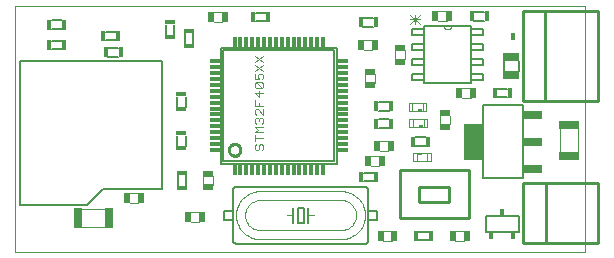
<source format=gto>
G75*
G70*
%OFA0B0*%
%FSLAX24Y24*%
%IPPOS*%
%LPD*%
%AMOC8*
5,1,8,0,0,1.08239X$1,22.5*
%
%ADD10C,0.0000*%
%ADD11C,0.0080*%
%ADD12C,0.0100*%
%ADD13R,0.0118X0.0374*%
%ADD14R,0.0118X0.0374*%
%ADD15R,0.0374X0.0118*%
%ADD16R,0.0374X0.0118*%
%ADD17C,0.0030*%
%ADD18C,0.0060*%
%ADD19R,0.0600X0.1200*%
%ADD20R,0.0600X0.0300*%
%ADD21C,0.0040*%
%ADD22R,0.0374X0.0197*%
%ADD23R,0.0669X0.0295*%
%ADD24R,0.0160X0.0340*%
%ADD25R,0.0197X0.0374*%
%ADD26C,0.0020*%
%ADD27R,0.0551X0.0256*%
%ADD28R,0.0340X0.0160*%
%ADD29R,0.0180X0.0230*%
%ADD30R,0.0157X0.0089*%
%ADD31R,0.0098X0.0089*%
%ADD32R,0.0295X0.0669*%
%ADD33R,0.0118X0.0059*%
%ADD34R,0.0118X0.0118*%
%ADD35C,0.0050*%
D10*
X001043Y000625D02*
X001043Y008833D01*
X020042Y008833D01*
X020042Y000625D01*
X001043Y000625D01*
X015354Y008160D02*
X015356Y008139D01*
X015361Y008119D01*
X015370Y008100D01*
X015382Y008083D01*
X015397Y008068D01*
X015414Y008056D01*
X015433Y008047D01*
X015453Y008042D01*
X015474Y008040D01*
X015495Y008042D01*
X015515Y008047D01*
X015534Y008056D01*
X015551Y008068D01*
X015566Y008083D01*
X015578Y008100D01*
X015587Y008119D01*
X015592Y008139D01*
X015594Y008160D01*
X015592Y008139D01*
X015587Y008119D01*
X015578Y008100D01*
X015566Y008083D01*
X015551Y008068D01*
X015534Y008056D01*
X015515Y008047D01*
X015495Y008042D01*
X015474Y008040D01*
X015453Y008042D01*
X015433Y008047D01*
X015414Y008056D01*
X015397Y008068D01*
X015382Y008083D01*
X015370Y008100D01*
X015361Y008119D01*
X015356Y008139D01*
X015354Y008160D01*
D11*
X011782Y007433D02*
X007916Y007433D01*
X007916Y003567D01*
X011782Y003567D01*
X011782Y007433D01*
X011704Y007354D02*
X011704Y003646D01*
X007991Y003646D01*
X007991Y007354D01*
X011704Y007354D01*
D12*
X017974Y008650D02*
X017974Y005650D01*
X018724Y005650D01*
X018724Y008650D01*
X020474Y008650D01*
X020474Y005650D01*
X018724Y005650D01*
X016174Y003350D02*
X013874Y003350D01*
X013874Y001750D01*
X016174Y001750D01*
X016174Y003350D01*
X015524Y002800D02*
X015524Y002300D01*
X014524Y002300D01*
X014524Y002800D01*
X015524Y002800D01*
X017999Y002925D02*
X018749Y002925D01*
X018749Y000925D01*
X017999Y000925D01*
X017999Y002925D01*
X018749Y002925D02*
X020499Y002925D01*
X020499Y000925D01*
X018749Y000925D01*
X008176Y004024D02*
X008178Y004051D01*
X008184Y004078D01*
X008193Y004104D01*
X008206Y004128D01*
X008222Y004151D01*
X008241Y004170D01*
X008263Y004187D01*
X008287Y004201D01*
X008312Y004211D01*
X008339Y004218D01*
X008366Y004221D01*
X008394Y004220D01*
X008421Y004215D01*
X008447Y004207D01*
X008471Y004195D01*
X008494Y004179D01*
X008515Y004161D01*
X008532Y004140D01*
X008547Y004116D01*
X008558Y004091D01*
X008566Y004065D01*
X008570Y004038D01*
X008570Y004010D01*
X008566Y003983D01*
X008558Y003957D01*
X008547Y003932D01*
X008532Y003908D01*
X008515Y003887D01*
X008494Y003869D01*
X008472Y003853D01*
X008447Y003841D01*
X008421Y003833D01*
X008394Y003828D01*
X008366Y003827D01*
X008339Y003830D01*
X008312Y003837D01*
X008287Y003847D01*
X008263Y003861D01*
X008241Y003878D01*
X008222Y003897D01*
X008206Y003920D01*
X008193Y003944D01*
X008184Y003970D01*
X008178Y003997D01*
X008176Y004024D01*
X017974Y008650D02*
X018724Y008650D01*
D13*
X011326Y007636D03*
X010932Y007636D03*
X010538Y007636D03*
X010145Y007636D03*
X009948Y007636D03*
X009751Y007636D03*
X009554Y007636D03*
X009160Y007636D03*
X008767Y007636D03*
X008373Y007636D03*
X008373Y003364D03*
X008767Y003364D03*
X009160Y003364D03*
X009554Y003364D03*
X009751Y003364D03*
X009948Y003364D03*
X010145Y003364D03*
X010538Y003364D03*
X010932Y003364D03*
X011326Y003364D03*
D14*
X011129Y003364D03*
X010735Y003364D03*
X010342Y003364D03*
X009357Y003364D03*
X008964Y003364D03*
X008570Y003364D03*
X008570Y007636D03*
X008964Y007636D03*
X009357Y007636D03*
X010342Y007636D03*
X010735Y007636D03*
X011129Y007636D03*
D15*
X011985Y006976D03*
X011985Y006583D03*
X011985Y006189D03*
X011985Y005795D03*
X011985Y005598D03*
X011985Y005402D03*
X011985Y005205D03*
X011985Y004811D03*
X011985Y004417D03*
X011985Y004024D03*
X007714Y004024D03*
X007714Y004417D03*
X007714Y004811D03*
X007714Y005205D03*
X007714Y005402D03*
X007714Y005598D03*
X007714Y005795D03*
X007714Y006189D03*
X007714Y006583D03*
X007714Y006976D03*
D16*
X007714Y006780D03*
X007714Y006386D03*
X007714Y005992D03*
X007714Y005008D03*
X007714Y004614D03*
X007714Y004220D03*
X011985Y004220D03*
X011985Y004614D03*
X011985Y005008D03*
X011985Y005992D03*
X011985Y006386D03*
X011985Y006780D03*
D17*
X009334Y006860D02*
X009044Y006667D01*
X009044Y006566D02*
X009044Y006372D01*
X009189Y006372D01*
X009141Y006469D01*
X009141Y006517D01*
X009189Y006566D01*
X009286Y006566D01*
X009334Y006517D01*
X009334Y006421D01*
X009286Y006372D01*
X009286Y006271D02*
X009092Y006271D01*
X009286Y006078D01*
X009334Y006126D01*
X009334Y006223D01*
X009286Y006271D01*
X009092Y006271D02*
X009044Y006223D01*
X009044Y006126D01*
X009092Y006078D01*
X009286Y006078D01*
X009189Y005976D02*
X009189Y005783D01*
X009044Y005928D01*
X009334Y005928D01*
X009044Y005682D02*
X009044Y005488D01*
X009334Y005488D01*
X009334Y005387D02*
X009334Y005194D01*
X009141Y005387D01*
X009092Y005387D01*
X009044Y005339D01*
X009044Y005242D01*
X009092Y005194D01*
X009092Y005092D02*
X009141Y005092D01*
X009189Y005044D01*
X009238Y005092D01*
X009286Y005092D01*
X009334Y005044D01*
X009334Y004947D01*
X009286Y004899D01*
X009334Y004798D02*
X009044Y004798D01*
X009141Y004701D01*
X009044Y004604D01*
X009334Y004604D01*
X009044Y004503D02*
X009044Y004310D01*
X009044Y004406D02*
X009334Y004406D01*
X009286Y004208D02*
X009334Y004160D01*
X009334Y004063D01*
X009286Y004015D01*
X009189Y004063D02*
X009189Y004160D01*
X009238Y004208D01*
X009286Y004208D01*
X009092Y004208D02*
X009044Y004160D01*
X009044Y004063D01*
X009092Y004015D01*
X009141Y004015D01*
X009189Y004063D01*
X009092Y004899D02*
X009044Y004947D01*
X009044Y005044D01*
X009092Y005092D01*
X009189Y005044D02*
X009189Y004996D01*
X009189Y005488D02*
X009189Y005585D01*
X009334Y006667D02*
X009044Y006860D01*
X009044Y006962D02*
X009334Y007155D01*
X009334Y006962D02*
X009044Y007155D01*
X014229Y008213D02*
X014543Y008527D01*
X014229Y008213D01*
X014386Y008213D02*
X014386Y008527D01*
X014386Y008213D01*
X014543Y008213D02*
X014229Y008527D01*
X014543Y008213D01*
X014543Y008370D02*
X014229Y008370D01*
X014543Y008370D01*
D18*
X014704Y008160D02*
X014704Y006240D01*
X016244Y006240D01*
X016244Y008160D01*
X015594Y008160D01*
X015354Y008160D01*
X015014Y008160D01*
X014704Y008160D02*
X015354Y008160D01*
X015594Y008160D01*
X015934Y008160D01*
X016244Y008050D02*
X016654Y008050D01*
X016654Y007850D01*
X016244Y007850D01*
X016244Y008050D01*
X016354Y008335D02*
X016694Y008335D01*
X016694Y008615D02*
X016354Y008615D01*
X014704Y008050D02*
X014704Y007850D01*
X014294Y007850D01*
X014294Y008050D01*
X014704Y008050D01*
X014704Y007550D02*
X014294Y007550D01*
X014294Y007350D01*
X014704Y007350D01*
X014704Y007550D01*
X014704Y007050D02*
X014294Y007050D01*
X014294Y006850D01*
X014704Y006850D01*
X014704Y007050D01*
X014704Y006550D02*
X014294Y006550D01*
X014294Y006350D01*
X014704Y006350D01*
X014704Y006550D01*
X015014Y006240D02*
X015934Y006240D01*
X016244Y006350D02*
X016654Y006350D01*
X016654Y006550D01*
X016244Y006550D01*
X016244Y006350D01*
X017129Y006065D02*
X017469Y006065D01*
X017469Y005785D02*
X017129Y005785D01*
X016643Y005530D02*
X016643Y003070D01*
X018005Y003070D01*
X018005Y005530D01*
X016643Y005530D01*
X014744Y004440D02*
X014404Y004440D01*
X014404Y004160D02*
X014744Y004160D01*
X013519Y004760D02*
X013179Y004760D01*
X013179Y005040D02*
X013519Y005040D01*
X013519Y005335D02*
X013179Y005335D01*
X013179Y005615D02*
X013519Y005615D01*
X016244Y006850D02*
X016654Y006850D01*
X016654Y007050D01*
X016244Y007050D01*
X016244Y006850D01*
X016244Y007350D02*
X016654Y007350D01*
X016654Y007550D01*
X016244Y007550D01*
X016244Y007350D01*
X017349Y006986D02*
X017349Y006664D01*
X017849Y006664D02*
X017849Y006986D01*
X012994Y008135D02*
X012654Y008135D01*
X012654Y008415D02*
X012994Y008415D01*
X009419Y008310D02*
X009079Y008310D01*
X009079Y008590D02*
X009419Y008590D01*
X006990Y007920D02*
X006990Y007580D01*
X006709Y007580D02*
X006709Y007920D01*
X006365Y007855D02*
X006365Y008195D01*
X006084Y008195D02*
X006084Y007855D01*
X004494Y007415D02*
X004154Y007415D01*
X004079Y007685D02*
X004419Y007685D01*
X004419Y007965D02*
X004079Y007965D01*
X002619Y008060D02*
X002279Y008060D01*
X002279Y008340D02*
X002619Y008340D01*
X002619Y007665D02*
X002279Y007665D01*
X002279Y007385D02*
X002619Y007385D01*
X004154Y007135D02*
X004494Y007135D01*
X006459Y005795D02*
X006459Y005455D01*
X006740Y005455D02*
X006740Y005795D01*
X006740Y004495D02*
X006740Y004155D01*
X006459Y004155D02*
X006459Y004495D01*
X006484Y003170D02*
X006484Y002830D01*
X006765Y002830D02*
X006765Y003170D01*
X008324Y002700D02*
X008324Y002300D01*
X008324Y002000D01*
X008024Y002000D01*
X008024Y001700D01*
X008324Y001700D01*
X008324Y002000D01*
X008324Y001700D02*
X008324Y001400D01*
X008324Y001000D01*
X008326Y000983D01*
X008330Y000966D01*
X008337Y000950D01*
X008347Y000936D01*
X008360Y000923D01*
X008374Y000913D01*
X008390Y000906D01*
X008407Y000902D01*
X008424Y000900D01*
X012724Y000900D01*
X012741Y000902D01*
X012758Y000906D01*
X012774Y000913D01*
X012788Y000923D01*
X012801Y000936D01*
X012811Y000950D01*
X012818Y000966D01*
X012822Y000983D01*
X012824Y001000D01*
X012824Y001400D01*
X012824Y002300D01*
X012824Y002700D01*
X012822Y002717D01*
X012818Y002734D01*
X012811Y002750D01*
X012801Y002764D01*
X012788Y002777D01*
X012774Y002787D01*
X012758Y002794D01*
X012741Y002798D01*
X012724Y002800D01*
X008424Y002800D01*
X008407Y002798D01*
X008390Y002794D01*
X008374Y002787D01*
X008360Y002777D01*
X008347Y002764D01*
X008337Y002750D01*
X008330Y002734D01*
X008326Y002717D01*
X008324Y002700D01*
X010324Y002100D02*
X010324Y001850D01*
X010324Y001600D01*
X010474Y001600D02*
X010674Y001600D01*
X010674Y002100D01*
X010474Y002100D01*
X010474Y001600D01*
X010824Y001600D02*
X010824Y001850D01*
X010824Y002100D01*
X012824Y002000D02*
X013124Y002000D01*
X013124Y001700D01*
X012824Y001700D01*
X014504Y001290D02*
X014844Y001290D01*
X014844Y001010D02*
X014504Y001010D01*
X016739Y001290D02*
X016739Y001810D01*
X016959Y001810D01*
X016739Y001810D02*
X016739Y001490D01*
X016739Y001290D02*
X017859Y001290D01*
X017859Y001810D01*
X017639Y001810D01*
X017859Y001810D02*
X017859Y001490D01*
X017859Y001810D02*
X016739Y001810D01*
X013019Y002985D02*
X012679Y002985D01*
X012679Y003265D02*
X013019Y003265D01*
D19*
X016324Y004300D03*
D20*
X018324Y004300D03*
X018324Y005200D03*
X018324Y003400D03*
D21*
X019215Y003945D02*
X019215Y004705D01*
X019834Y004705D02*
X019834Y003945D01*
X016240Y005755D02*
X015959Y005755D01*
X015959Y006090D02*
X016240Y006090D01*
X014770Y005588D02*
X014770Y005312D01*
X014179Y005312D01*
X014179Y005588D01*
X014770Y005588D01*
X014652Y005568D02*
X014652Y005332D01*
X014553Y005312D02*
X014396Y005312D01*
X014297Y005332D02*
X014297Y005568D01*
X014396Y005588D02*
X014553Y005588D01*
X015234Y005165D02*
X015234Y004885D01*
X015569Y004885D02*
X015569Y005165D01*
X014795Y005063D02*
X014795Y004787D01*
X014204Y004787D01*
X014204Y005063D01*
X014795Y005063D01*
X014677Y005043D02*
X014677Y004807D01*
X014578Y004787D02*
X014421Y004787D01*
X014322Y004807D02*
X014322Y005043D01*
X014421Y005063D02*
X014578Y005063D01*
X013490Y004320D02*
X013209Y004320D01*
X013209Y003985D02*
X013490Y003985D01*
X013190Y003820D02*
X012909Y003820D01*
X012909Y003485D02*
X013190Y003485D01*
X014329Y003637D02*
X014329Y003913D01*
X014920Y003913D01*
X014920Y003637D01*
X014329Y003637D01*
X014447Y003657D02*
X014447Y003893D01*
X014546Y003913D02*
X014703Y003913D01*
X014802Y003893D02*
X014802Y003657D01*
X014703Y003637D02*
X014546Y003637D01*
X013615Y001320D02*
X013334Y001320D01*
X013334Y000985D02*
X013615Y000985D01*
X015734Y000980D02*
X016015Y000980D01*
X016015Y001315D02*
X015734Y001315D01*
X007669Y002860D02*
X007669Y003140D01*
X007334Y003140D02*
X007334Y002860D01*
X005165Y002595D02*
X004884Y002595D01*
X004884Y002260D02*
X005165Y002260D01*
X004054Y002060D02*
X003294Y002060D01*
X003294Y001440D02*
X004054Y001440D01*
X006909Y001605D02*
X007190Y001605D01*
X007190Y001940D02*
X006909Y001940D01*
X012709Y006260D02*
X012709Y006540D01*
X013044Y006540D02*
X013044Y006260D01*
X013729Y007060D02*
X013729Y007340D01*
X014064Y007340D02*
X014064Y007060D01*
X012965Y007360D02*
X012684Y007360D01*
X012684Y007695D02*
X012965Y007695D01*
X015159Y008330D02*
X015440Y008330D01*
X015440Y008665D02*
X015159Y008665D01*
X007965Y008615D02*
X007684Y008615D01*
X007684Y008280D02*
X007965Y008280D01*
D22*
X012876Y006632D03*
X013897Y006968D03*
X013897Y007428D03*
X012876Y006172D03*
X015401Y005257D03*
X015401Y004797D03*
X007501Y003232D03*
X007501Y002772D03*
D23*
X019525Y003803D03*
X019524Y004847D03*
D24*
X017549Y005925D03*
X017049Y005925D03*
X013599Y005475D03*
X013099Y005475D03*
X013099Y004900D03*
X013599Y004900D03*
X014324Y004300D03*
X014824Y004300D03*
X013099Y003125D03*
X012599Y003125D03*
X014424Y001150D03*
X014924Y001150D03*
X004574Y007275D03*
X004074Y007275D03*
X003999Y007825D03*
X004499Y007825D03*
X002699Y007525D03*
X002199Y007525D03*
X002199Y008200D03*
X002699Y008200D03*
X008999Y008450D03*
X009499Y008450D03*
X012574Y008275D03*
X013074Y008275D03*
X016274Y008475D03*
X016774Y008475D03*
D25*
X015531Y008498D03*
X015071Y008498D03*
X013053Y007527D03*
X012593Y007527D03*
X015871Y005923D03*
X016331Y005923D03*
X013578Y004152D03*
X013118Y004152D03*
X013278Y003652D03*
X012818Y003652D03*
X007281Y001773D03*
X006821Y001773D03*
X005253Y002427D03*
X004793Y002427D03*
X013243Y001152D03*
X013703Y001152D03*
X015646Y001148D03*
X016106Y001148D03*
X008056Y008448D03*
X007596Y008448D03*
D26*
X009224Y002650D02*
X011924Y002650D01*
X011924Y002350D02*
X009224Y002350D01*
X008563Y002300D02*
X008533Y002252D01*
X008506Y002203D01*
X008483Y002152D01*
X008464Y002099D01*
X008448Y002045D01*
X008436Y001990D01*
X008428Y001934D01*
X008424Y001878D01*
X008424Y001822D01*
X008428Y001766D01*
X008436Y001710D01*
X008448Y001655D01*
X008464Y001601D01*
X008483Y001548D01*
X008506Y001497D01*
X008533Y001448D01*
X008563Y001400D01*
X009224Y001350D02*
X011924Y001350D01*
X011924Y001050D02*
X009224Y001050D01*
X009224Y001350D02*
X009186Y001351D01*
X009149Y001356D01*
X009112Y001363D01*
X009076Y001372D01*
X009040Y001385D01*
X009006Y001400D01*
X009224Y001050D02*
X009168Y001052D01*
X009113Y001058D01*
X009058Y001067D01*
X009004Y001081D01*
X008951Y001098D01*
X008900Y001119D01*
X008850Y001143D01*
X008802Y001171D01*
X008755Y001202D01*
X008712Y001236D01*
X008670Y001273D01*
X008631Y001313D01*
X008595Y001355D01*
X008563Y001400D01*
X009006Y002300D02*
X009040Y002315D01*
X009076Y002328D01*
X009112Y002337D01*
X009149Y002344D01*
X009186Y002349D01*
X009224Y002350D01*
X009006Y002300D02*
X008968Y002280D01*
X008932Y002256D01*
X008898Y002229D01*
X008867Y002200D01*
X008838Y002168D01*
X008812Y002134D01*
X008789Y002097D01*
X008770Y002059D01*
X008753Y002019D01*
X008741Y001978D01*
X008731Y001936D01*
X008726Y001893D01*
X008724Y001850D01*
X008726Y001807D01*
X008731Y001764D01*
X008741Y001722D01*
X008753Y001681D01*
X008770Y001641D01*
X008789Y001603D01*
X008812Y001566D01*
X008838Y001532D01*
X008867Y001500D01*
X008898Y001471D01*
X008932Y001444D01*
X008968Y001420D01*
X009006Y001400D01*
X008563Y002300D02*
X008595Y002345D01*
X008631Y002387D01*
X008670Y002427D01*
X008711Y002464D01*
X008755Y002498D01*
X008802Y002529D01*
X008850Y002557D01*
X008900Y002581D01*
X008951Y002602D01*
X009004Y002619D01*
X009058Y002633D01*
X009113Y002642D01*
X009168Y002648D01*
X009224Y002650D01*
X010124Y001850D02*
X010324Y001850D01*
X010824Y001850D02*
X011024Y001850D01*
X011924Y001050D02*
X011980Y001052D01*
X012035Y001058D01*
X012090Y001067D01*
X012144Y001081D01*
X012197Y001098D01*
X012248Y001119D01*
X012298Y001143D01*
X012346Y001171D01*
X012393Y001202D01*
X012437Y001236D01*
X012478Y001273D01*
X012517Y001313D01*
X012553Y001355D01*
X012585Y001400D01*
X012585Y002300D02*
X012553Y002345D01*
X012517Y002387D01*
X012478Y002427D01*
X012436Y002464D01*
X012393Y002498D01*
X012346Y002529D01*
X012298Y002557D01*
X012248Y002581D01*
X012197Y002602D01*
X012144Y002619D01*
X012090Y002633D01*
X012035Y002642D01*
X011980Y002648D01*
X011924Y002650D01*
X012585Y002300D02*
X012615Y002252D01*
X012642Y002203D01*
X012665Y002152D01*
X012684Y002099D01*
X012700Y002045D01*
X012712Y001990D01*
X012720Y001934D01*
X012724Y001878D01*
X012724Y001822D01*
X012720Y001766D01*
X012712Y001710D01*
X012700Y001655D01*
X012684Y001601D01*
X012665Y001548D01*
X012642Y001497D01*
X012615Y001448D01*
X012585Y001400D01*
X012142Y001400D02*
X012108Y001385D01*
X012072Y001372D01*
X012036Y001363D01*
X011999Y001356D01*
X011962Y001351D01*
X011924Y001350D01*
X012142Y001400D02*
X012180Y001420D01*
X012216Y001444D01*
X012250Y001471D01*
X012281Y001500D01*
X012310Y001532D01*
X012336Y001566D01*
X012359Y001603D01*
X012378Y001641D01*
X012395Y001681D01*
X012407Y001722D01*
X012417Y001764D01*
X012422Y001807D01*
X012424Y001850D01*
X012422Y001893D01*
X012417Y001936D01*
X012407Y001978D01*
X012395Y002019D01*
X012378Y002059D01*
X012359Y002097D01*
X012336Y002134D01*
X012310Y002168D01*
X012281Y002200D01*
X012250Y002229D01*
X012216Y002256D01*
X012180Y002280D01*
X012142Y002300D01*
X012108Y002315D01*
X012072Y002328D01*
X012036Y002337D01*
X011999Y002344D01*
X011962Y002349D01*
X011924Y002350D01*
D27*
X017599Y006533D03*
X017599Y007113D03*
D28*
X006849Y007500D03*
X006224Y007775D03*
X006849Y008000D03*
X006224Y008275D03*
X006599Y005875D03*
X006599Y005375D03*
X006599Y004575D03*
X006599Y004075D03*
X006624Y003250D03*
X006624Y002750D03*
D29*
X016929Y001155D03*
X017669Y001155D03*
X017299Y001945D03*
D30*
X014546Y003888D03*
X014578Y004812D03*
X014553Y005337D03*
D31*
X014524Y005337D03*
X014549Y004812D03*
X014575Y003888D03*
D32*
X004197Y001750D03*
X003152Y001750D03*
D33*
X017649Y007711D03*
X017649Y007889D03*
D34*
X017649Y007800D03*
D35*
X005949Y007000D02*
X001225Y007000D01*
X001225Y002197D01*
X003449Y002197D01*
X003981Y002728D01*
X005949Y002728D01*
X005949Y007000D01*
M02*

</source>
